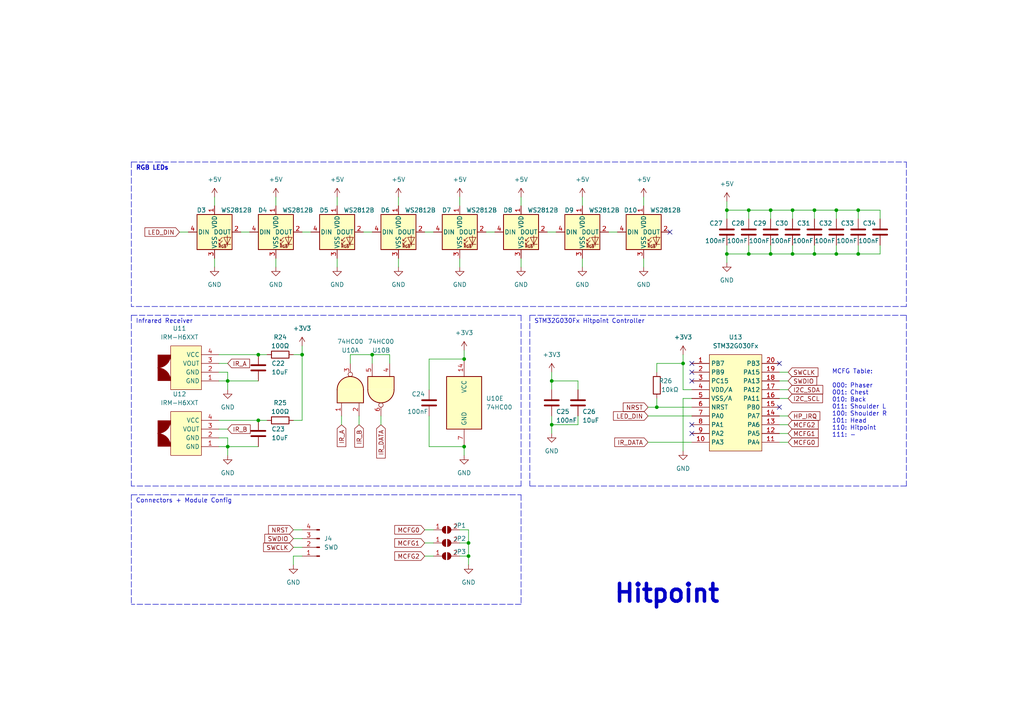
<source format=kicad_sch>
(kicad_sch (version 20211123) (generator eeschema)
  (paper "A4")
  (title_block (title "Chest Module") (date "2023-01-28") (rev "Proto V1") (comment 1 "(C) 2023 Ole Lange"))
  (lib_symbols
    (symbol "74xx:74HC00" (pin_names (offset 1.016))
      (property "Reference" "U" (at 0 1.27 0))
      (property "Value" "74HC00" (at 0 -1.27 0))
      (symbol "74HC00_1_1"
        (arc (start 0 -3.81) (mid 3.81 0) (end 0 3.81) (stroke (width 0.254)) (fill (type background)))
        (polyline (pts (xy 0 3.81) (xy -3.81 3.81) (xy -3.81 -3.81) (xy 0 -3.81)) (stroke (width 0.254)) (fill (type background)))
        (pin input line (at -7.62 2.54 0) (length 3.81) (name "~") (number "1"))
        (pin input line (at -7.62 -2.54 0) (length 3.81) (name "~") (number "2"))
        (pin output inverted (at 7.62 0 180) (length 3.81) (name "~") (number "3"))
      )
      (symbol "74HC00_1_2"
        (arc (start -3.81 -3.81) (mid -2.589 0) (end -3.81 3.81) (stroke (width 0.254)))
        (arc (start -0.6096 -3.81) (mid 2.1842 -2.5851) (end 3.81 0) (stroke (width 0.254)) (fill (type background)))
        (polyline (pts (xy -3.81 -3.81) (xy -0.635 -3.81)) (stroke (width 0.254)) (fill (type background)))
        (polyline (pts (xy -3.81 3.81) (xy -0.635 3.81)) (stroke (width 0.254)) (fill (type background)))
        (polyline (pts (xy -0.635 3.81) (xy -3.81 3.81) (xy -3.81 3.81) (xy -3.556 3.4036) (xy -3.0226 2.2606) (xy -2.6924 1.0414) (xy -2.6162 -0.254) (xy -2.7686 -1.4986) (xy -3.175 -2.7178) (xy -3.81 -3.81) (xy -3.81 -3.81) (xy -0.635 -3.81)) (stroke (width -25.4)) (fill (type background)))
        (arc (start 3.81 0) (mid 2.1915 2.5936) (end -0.6096 3.81) (stroke (width 0.254)) (fill (type background)))
        (pin input inverted (at -7.62 2.54 0) (length 4.318) (name "~") (number "1"))
        (pin input inverted (at -7.62 -2.54 0) (length 4.318) (name "~") (number "2"))
        (pin output line (at 7.62 0 180) (length 3.81) (name "~") (number "3"))
      )
      (symbol "74HC00_2_1"
        (arc (start 0 -3.81) (mid 3.81 0) (end 0 3.81) (stroke (width 0.254)) (fill (type background)))
        (polyline (pts (xy 0 3.81) (xy -3.81 3.81) (xy -3.81 -3.81) (xy 0 -3.81)) (stroke (width 0.254)) (fill (type background)))
        (pin input line (at -7.62 2.54 0) (length 3.81) (name "~") (number "4"))
        (pin input line (at -7.62 -2.54 0) (length 3.81) (name "~") (number "5"))
        (pin output inverted (at 7.62 0 180) (length 3.81) (name "~") (number "6"))
      )
      (symbol "74HC00_2_2"
        (arc (start -3.81 -3.81) (mid -2.589 0) (end -3.81 3.81) (stroke (width 0.254)))
        (arc (start -0.6096 -3.81) (mid 2.1842 -2.5851) (end 3.81 0) (stroke (width 0.254)) (fill (type background)))
        (polyline (pts (xy -3.81 -3.81) (xy -0.635 -3.81)) (stroke (width 0.254)) (fill (type background)))
        (polyline (pts (xy -3.81 3.81) (xy -0.635 3.81)) (stroke (width 0.254)) (fill (type background)))
        (polyline (pts (xy -0.635 3.81) (xy -3.81 3.81) (xy -3.81 3.81) (xy -3.556 3.4036) (xy -3.0226 2.2606) (xy -2.6924 1.0414) (xy -2.6162 -0.254) (xy -2.7686 -1.4986) (xy -3.175 -2.7178) (xy -3.81 -3.81) (xy -3.81 -3.81) (xy -0.635 -3.81)) (stroke (width -25.4)) (fill (type background)))
        (arc (start 3.81 0) (mid 2.1915 2.5936) (end -0.6096 3.81) (stroke (width 0.254)) (fill (type background)))
        (pin input inverted (at -7.62 2.54 0) (length 4.318) (name "~") (number "4"))
        (pin input inverted (at -7.62 -2.54 0) (length 4.318) (name "~") (number "5"))
        (pin output line (at 7.62 0 180) (length 3.81) (name "~") (number "6"))
      )
      (symbol "74HC00_3_1"
        (arc (start 0 -3.81) (mid 3.81 0) (end 0 3.81) (stroke (width 0.254)) (fill (type background)))
        (polyline (pts (xy 0 3.81) (xy -3.81 3.81) (xy -3.81 -3.81) (xy 0 -3.81)) (stroke (width 0.254)) (fill (type background)))
        (pin input line (at -7.62 -2.54 0) (length 3.81) (name "~") (number "10"))
        (pin output inverted (at 7.62 0 180) (length 3.81) (name "~") (number "8"))
        (pin input line (at -7.62 2.54 0) (length 3.81) (name "~") (number "9"))
      )
      (symbol "74HC00_3_2"
        (arc (start -3.81 -3.81) (mid -2.589 0) (end -3.81 3.81) (stroke (width 0.254)))
        (arc (start -0.6096 -3.81) (mid 2.1842 -2.5851) (end 3.81 0) (stroke (width 0.254)) (fill (type background)))
        (polyline (pts (xy -3.81 -3.81) (xy -0.635 -3.81)) (stroke (width 0.254)) (fill (type background)))
        (polyline (pts (xy -3.81 3.81) (xy -0.635 3.81)) (stroke (width 0.254)) (fill (type background)))
        (polyline (pts (xy -0.635 3.81) (xy -3.81 3.81) (xy -3.81 3.81) (xy -3.556 3.4036) (xy -3.0226 2.2606) (xy -2.6924 1.0414) (xy -2.6162 -0.254) (xy -2.7686 -1.4986) (xy -3.175 -2.7178) (xy -3.81 -3.81) (xy -3.81 -3.81) (xy -0.635 -3.81)) (stroke (width -25.4)) (fill (type background)))
        (arc (start 3.81 0) (mid 2.1915 2.5936) (end -0.6096 3.81) (stroke (width 0.254)) (fill (type background)))
        (pin input inverted (at -7.62 -2.54 0) (length 4.318) (name "~") (number "10"))
        (pin output line (at 7.62 0 180) (length 3.81) (name "~") (number "8"))
        (pin input inverted (at -7.62 2.54 0) (length 4.318) (name "~") (number "9"))
      )
      (symbol "74HC00_4_1"
        (arc (start 0 -3.81) (mid 3.81 0) (end 0 3.81) (stroke (width 0.254)) (fill (type background)))
        (polyline (pts (xy 0 3.81) (xy -3.81 3.81) (xy -3.81 -3.81) (xy 0 -3.81)) (stroke (width 0.254)) (fill (type background)))
        (pin output inverted (at 7.62 0 180) (length 3.81) (name "~") (number "11"))
        (pin input line (at -7.62 2.54 0) (length 3.81) (name "~") (number "12"))
        (pin input line (at -7.62 -2.54 0) (length 3.81) (name "~") (number "13"))
      )
      (symbol "74HC00_4_2"
        (arc (start -3.81 -3.81) (mid -2.589 0) (end -3.81 3.81) (stroke (width 0.254)))
        (arc (start -0.6096 -3.81) (mid 2.1842 -2.5851) (end 3.81 0) (stroke (width 0.254)) (fill (type background)))
        (polyline (pts (xy -3.81 -3.81) (xy -0.635 -3.81)) (stroke (width 0.254)) (fill (type background)))
        (polyline (pts (xy -3.81 3.81) (xy -0.635 3.81)) (stroke (width 0.254)) (fill (type background)))
        (polyline (pts (xy -0.635 3.81) (xy -3.81 3.81) (xy -3.81 3.81) (xy -3.556 3.4036) (xy -3.0226 2.2606) (xy -2.6924 1.0414) (xy -2.6162 -0.254) (xy -2.7686 -1.4986) (xy -3.175 -2.7178) (xy -3.81 -3.81) (xy -3.81 -3.81) (xy -0.635 -3.81)) (stroke (width -25.4)) (fill (type background)))
        (arc (start 3.81 0) (mid 2.1915 2.5936) (end -0.6096 3.81) (stroke (width 0.254)) (fill (type background)))
        (pin output line (at 7.62 0 180) (length 3.81) (name "~") (number "11"))
        (pin input inverted (at -7.62 2.54 0) (length 4.318) (name "~") (number "12"))
        (pin input inverted (at -7.62 -2.54 0) (length 4.318) (name "~") (number "13"))
      )
      (symbol "74HC00_5_0"
        (pin power_in line (at 0 12.7 270) (length 5.08) (name "VCC") (number "14"))
        (pin power_in line (at 0 -12.7 90) (length 5.08) (name "GND") (number "7"))
      )
      (symbol "74HC00_5_1"
        (rectangle (start -5.08 7.62) (end 5.08 -7.62) (stroke (width 0.254)) (fill (type background)))
      )
    )
    (symbol "Connector:Conn_01x04_Male" (pin_names (offset 1.016) hide)
      (property "Reference" "J" (at 0 5.08 0))
      (property "Value" "Conn_01x04_Male" (at 0 -7.62 0))
      (symbol "Conn_01x04_Male_1_1"
        (polyline (pts (xy 1.27 -5.08) (xy 0.8636 -5.08)) (stroke (width 0.1524)))
        (polyline (pts (xy 1.27 -2.54) (xy 0.8636 -2.54)) (stroke (width 0.1524)))
        (polyline (pts (xy 1.27 0) (xy 0.8636 0)) (stroke (width 0.1524)))
        (polyline (pts (xy 1.27 2.54) (xy 0.8636 2.54)) (stroke (width 0.1524)))
        (rectangle (start 0.8636 -4.953) (end 0 -5.207) (stroke (width 0.1524)) (fill (type outline)))
        (rectangle (start 0.8636 -2.413) (end 0 -2.667) (stroke (width 0.1524)) (fill (type outline)))
        (rectangle (start 0.8636 0.127) (end 0 -0.127) (stroke (width 0.1524)) (fill (type outline)))
        (rectangle (start 0.8636 2.667) (end 0 2.413) (stroke (width 0.1524)) (fill (type outline)))
        (pin passive line (at 5.08 2.54 180) (length 3.81) (name "Pin_1") (number "1"))
        (pin passive line (at 5.08 0 180) (length 3.81) (name "Pin_2") (number "2"))
        (pin passive line (at 5.08 -2.54 180) (length 3.81) (name "Pin_3") (number "3"))
        (pin passive line (at 5.08 -5.08 180) (length 3.81) (name "Pin_4") (number "4"))
      )
    )
    (symbol "Device:C" (pin_numbers hide) (pin_names (offset 0.254))
      (property "Reference" "C" (at 0.635 2.54 0))
      (property "Value" "C" (at 0.635 -2.54 0))
      (symbol "C_0_1"
        (polyline (pts (xy -2.032 -0.762) (xy 2.032 -0.762)) (stroke (width 0.508)))
        (polyline (pts (xy -2.032 0.762) (xy 2.032 0.762)) (stroke (width 0.508)))
      )
      (symbol "C_1_1"
        (pin passive line (at 0 3.81 270) (length 2.794) (name "~") (number "1"))
        (pin passive line (at 0 -3.81 90) (length 2.794) (name "~") (number "2"))
      )
    )
    (symbol "Device:R" (pin_numbers hide) (pin_names (offset 0))
      (property "Reference" "R" (at 2.032 0 90))
      (property "Value" "R" (at 0 0 90))
      (symbol "R_0_1"
        (rectangle (start -1.016 -2.54) (end 1.016 2.54) (stroke (width 0.254)))
      )
      (symbol "R_1_1"
        (pin passive line (at 0 3.81 270) (length 1.27) (name "~") (number "1"))
        (pin passive line (at 0 -3.81 90) (length 1.27) (name "~") (number "2"))
      )
    )
    (symbol "Jumper:SolderJumper_2_Open" (pin_names (offset 0) hide)
      (property "Reference" "JP" (at 0 2.032 0))
      (property "Value" "SolderJumper_2_Open" (at 0 -2.54 0))
      (symbol "SolderJumper_2_Open_0_1"
        (arc (start -0.254 1.016) (mid -1.27 0) (end -0.254 -1.016))
        (arc (start -0.254 1.016) (mid -1.27 0) (end -0.254 -1.016) (fill (type outline)))
        (polyline (pts (xy -0.254 1.016) (xy -0.254 -1.016)))
        (polyline (pts (xy 0.254 1.016) (xy 0.254 -1.016)))
        (arc (start 0.254 -1.016) (mid 1.27 0) (end 0.254 1.016))
        (arc (start 0.254 -1.016) (mid 1.27 0) (end 0.254 1.016) (fill (type outline)))
      )
      (symbol "SolderJumper_2_Open_1_1"
        (pin passive line (at -3.81 0 0) (length 2.54) (name "A") (number "1"))
        (pin passive line (at 3.81 0 180) (length 2.54) (name "B") (number "2"))
      )
    )
    (symbol "LED:WS2812B" (pin_names (offset 0.254))
      (property "Reference" "D" (at 5.08 5.715 0))
      (property "Value" "WS2812B" (at 1.27 -5.715 0))
      (symbol "WS2812B_0_0"
        (text "RGB" (at 2.286 -4.191 0) (effects (font (size 0.762 0.762))))
      )
      (symbol "WS2812B_0_1"
        (polyline (pts (xy 1.27 -3.556) (xy 1.778 -3.556)))
        (polyline (pts (xy 1.27 -2.54) (xy 1.778 -2.54)))
        (polyline (pts (xy 4.699 -3.556) (xy 2.667 -3.556)))
        (polyline (pts (xy 2.286 -2.54) (xy 1.27 -3.556) (xy 1.27 -3.048)))
        (polyline (pts (xy 2.286 -1.524) (xy 1.27 -2.54) (xy 1.27 -2.032)))
        (polyline (pts (xy 3.683 -1.016) (xy 3.683 -3.556) (xy 3.683 -4.064)))
        (polyline (pts (xy 4.699 -1.524) (xy 2.667 -1.524) (xy 3.683 -3.556) (xy 4.699 -1.524)))
        (rectangle (start 5.08 5.08) (end -5.08 -5.08) (stroke (width 0.254)) (fill (type background)))
      )
      (symbol "WS2812B_1_1"
        (pin power_in line (at 0 7.62 270) (length 2.54) (name "VDD") (number "1"))
        (pin output line (at 7.62 0 180) (length 2.54) (name "DOUT") (number "2"))
        (pin power_in line (at 0 -7.62 90) (length 2.54) (name "VSS") (number "3"))
        (pin input line (at -7.62 0 0) (length 2.54) (name "DIN") (number "4"))
      )
    )
    (symbol "olib:IRM-H6XXT"
      (property "Reference" "U" (at -7.62 12.7 0))
      (property "Value" "IRM-H6XXT" (at 1.27 12.7 0))
      (symbol "IRM-H6XXT_0_0"
        (pin power_in line (at -5.08 5.08 0) (length 5.08) (name "GND") (number "1"))
        (pin power_in line (at -5.08 2.54 0) (length 5.08) (name "GND") (number "2"))
        (pin output line (at -5.08 0 0) (length 5.08) (name "VOUT") (number "3"))
        (pin power_in line (at -5.08 -2.54 0) (length 5.08) (name "VCC") (number "4"))
      )
      (symbol "IRM-H6XXT_0_1"
        (rectangle (start 0 7.62) (end 8.89 -5.08) (fill (type background)))
        (arc (start 8.89 5.08) (mid 6.1959 -1.4241) (end 12.7 1.27) (fill (type outline)))
        (arc (start 12.7 1.27) (mid 6.1959 3.9641) (end 8.89 -2.54) (fill (type outline)))
      )
    )
    (symbol "olib:STM32G030Fx"
      (property "Reference" "U" (at 0 19.05 0))
      (property "Value" "STM32G030Fx" (at 0 16.51 0))
      (symbol "STM32G030Fx_0_0"
        (pin bidirectional line (at -12.7 11.43 0) (length 5.08) (name "PB7") (number "1"))
        (pin bidirectional line (at -12.7 -11.43 0) (length 5.08) (name "PA3") (number "10"))
        (pin bidirectional line (at 12.7 -11.43 180) (length 5.08) (name "PA4") (number "11"))
        (pin bidirectional line (at 12.7 -8.89 180) (length 5.08) (name "PA5") (number "12"))
        (pin bidirectional line (at 12.7 -6.35 180) (length 5.08) (name "PA6") (number "13"))
        (pin bidirectional line (at 12.7 -3.81 180) (length 5.08) (name "PA7") (number "14"))
        (pin bidirectional line (at 12.7 -1.27 180) (length 5.08) (name "PB0") (number "15"))
        (pin bidirectional line (at 12.7 1.27 180) (length 5.08) (name "PA11") (number "16"))
        (pin bidirectional line (at 12.7 3.81 180) (length 5.08) (name "PA12") (number "17"))
        (pin bidirectional line (at 12.7 6.35 180) (length 5.08) (name "PA13") (number "18"))
        (pin bidirectional line (at 12.7 8.89 180) (length 5.08) (name "PA15") (number "19"))
        (pin bidirectional line (at -12.7 8.89 0) (length 5.08) (name "PB9") (number "2"))
        (pin bidirectional line (at 12.7 11.43 180) (length 5.08) (name "PB3") (number "20"))
        (pin bidirectional line (at -12.7 6.35 0) (length 5.08) (name "PC15") (number "3"))
        (pin power_in line (at -12.7 3.81 0) (length 5.08) (name "VDD/A") (number "4"))
        (pin power_in line (at -12.7 1.27 0) (length 5.08) (name "VSS/A") (number "5"))
        (pin input line (at -12.7 -1.27 0) (length 5.08) (name "NRST") (number "6"))
        (pin bidirectional line (at -12.7 -3.81 0) (length 5.08) (name "PA0") (number "7"))
        (pin bidirectional line (at -12.7 -6.35 0) (length 5.08) (name "PA1") (number "8"))
        (pin bidirectional line (at -12.7 -8.89 0) (length 5.08) (name "PA2") (number "9"))
      )
      (symbol "STM32G030Fx_0_1"
        (rectangle (start -7.62 13.97) (end 7.62 -13.97) (fill (type background)))
      )
    )
    (symbol "power:+3V3" (power) (pin_names (offset 0))
      (property "Value" "+3V3" (at 0 3.556 0))
      (symbol "+3V3_0_1"
        (polyline (pts (xy -0.762 1.27) (xy 0 2.54)))
        (polyline (pts (xy 0 0) (xy 0 2.54)))
        (polyline (pts (xy 0 2.54) (xy 0.762 1.27)))
      )
      (symbol "+3V3_1_1"
        (pin power_in line (at 0 0 90) (length 0) hide (name "+3V3") (number "1"))
      )
    )
    (symbol "power:+5V" (power) (pin_names (offset 0))
      (property "Value" "+5V" (at 0 3.556 0))
      (symbol "+5V_0_1"
        (polyline (pts (xy -0.762 1.27) (xy 0 2.54)))
        (polyline (pts (xy 0 0) (xy 0 2.54)))
        (polyline (pts (xy 0 2.54) (xy 0.762 1.27)))
      )
      (symbol "+5V_1_1"
        (pin power_in line (at 0 0 90) (length 0) hide (name "+5V") (number "1"))
      )
    )
    (symbol "power:GND" (power) (pin_names (offset 0))
      (property "Value" "GND" (at 0 -3.81 0))
      (symbol "GND_0_1"
        (polyline (pts (xy 0 0) (xy 0 -1.27) (xy 1.27 -1.27) (xy 0 -2.54) (xy -1.27 -1.27) (xy 0 -1.27)))
      )
      (symbol "GND_1_1"
        (pin power_in line (at 0 0 270) (length 0) hide (name "GND") (number "1"))
      )
    )
  )
  (junction (at 74.93 102.87))
  (junction (at 134.62 104.14))
  (junction (at 248.92 73.66))
  (junction (at 135.89 157.48))
  (junction (at 229.87 60.96))
  (junction (at 160.02 110.49))
  (junction (at 66.04 110.49))
  (junction (at 248.92 60.96))
  (junction (at 198.12 105.41))
  (junction (at 242.57 60.96))
  (junction (at 134.62 129.54))
  (junction (at 66.04 129.54))
  (junction (at 210.82 73.66))
  (junction (at 87.63 102.87))
  (junction (at 160.02 123.19))
  (junction (at 217.17 73.66))
  (junction (at 229.87 73.66))
  (junction (at 217.17 60.96))
  (junction (at 236.22 73.66))
  (junction (at 74.93 121.92))
  (junction (at 107.95 102.87))
  (junction (at 210.82 60.96))
  (junction (at 223.52 73.66))
  (junction (at 236.22 60.96))
  (junction (at 190.5 118.11))
  (junction (at 223.52 60.96))
  (junction (at 242.57 73.66))
  (junction (at 135.89 161.29))
  (no_connect (at 38.1 -5.08))
  (no_connect (at 20.32 -10.16))
  (no_connect (at 200.66 107.95))
  (no_connect (at 200.66 125.73))
  (no_connect (at 35.56 -7.62))
  (no_connect (at 200.66 110.49))
  (no_connect (at 200.66 105.41))
  (no_connect (at 53.34 -7.62))
  (no_connect (at 200.66 123.19))
  (no_connect (at 226.06 105.41))
  (no_connect (at 226.06 118.11))
  (no_connect (at 20.32 -5.08))
  (no_connect (at 38.1 -10.16))
  (no_connect (at 194.31 67.31))
  (wire (pts (xy 229.87 60.96) (xy 236.22 60.96)))
  (wire (pts (xy 226.06 107.95) (xy 228.6 107.95)))
  (wire (pts (xy 248.92 71.12) (xy 248.92 73.66)))
  (wire (pts (xy 187.96 120.65) (xy 200.66 120.65)))
  (wire (pts (xy 133.35 74.93) (xy 133.35 77.47)))
  (wire (pts (xy 63.5 107.95) (xy 66.04 107.95)))
  (wire (pts (xy 236.22 60.96) (xy 236.22 63.5)))
  (polyline (pts (xy 262.89 46.99) (xy 262.89 88.9)))
  (wire (pts (xy 168.91 57.15) (xy 168.91 59.69)))
  (wire (pts (xy 160.02 110.49) (xy 167.64 110.49)))
  (wire (pts (xy 63.5 129.54) (xy 66.04 129.54)))
  (wire (pts (xy 134.62 101.6) (xy 134.62 104.14)))
  (wire (pts (xy 236.22 71.12) (xy 236.22 73.66)))
  (wire (pts (xy 187.96 118.11) (xy 190.5 118.11)))
  (wire (pts (xy 226.06 113.03) (xy 228.6 113.03)))
  (wire (pts (xy 226.06 128.27) (xy 228.6 128.27)))
  (wire (pts (xy 80.01 74.93) (xy 80.01 77.47)))
  (polyline (pts (xy 38.1 91.44) (xy 38.1 140.97)))
  (wire (pts (xy 85.09 156.21) (xy 87.63 156.21)))
  (wire (pts (xy 85.09 161.29) (xy 87.63 161.29)))
  (wire (pts (xy 217.17 73.66) (xy 223.52 73.66)))
  (polyline (pts (xy 38.1 143.51) (xy 151.13 143.51)))
  (polyline (pts (xy 38.1 46.99) (xy 262.89 46.99)))
  (wire (pts (xy 110.49 120.65) (xy 110.49 123.19)))
  (wire (pts (xy 229.87 71.12) (xy 229.87 73.66)))
  (wire (pts (xy 66.04 110.49) (xy 74.93 110.49)))
  (wire (pts (xy 107.95 102.87) (xy 113.03 102.87)))
  (polyline (pts (xy 38.1 46.99) (xy 38.1 88.9)))
  (wire (pts (xy 135.89 157.48) (xy 135.89 161.29)))
  (wire (pts (xy 236.22 73.66) (xy 242.57 73.66)))
  (wire (pts (xy 210.82 58.42) (xy 210.82 60.96)))
  (wire (pts (xy 217.17 71.12) (xy 217.17 73.66)))
  (wire (pts (xy 248.92 60.96) (xy 248.92 63.5)))
  (wire (pts (xy 63.5 110.49) (xy 66.04 110.49)))
  (wire (pts (xy 158.75 67.31) (xy 161.29 67.31)))
  (wire (pts (xy 63.5 102.87) (xy 74.93 102.87)))
  (wire (pts (xy 134.62 129.54) (xy 134.62 132.08)))
  (wire (pts (xy 85.09 102.87) (xy 87.63 102.87)))
  (wire (pts (xy 135.89 161.29) (xy 135.89 163.83)))
  (wire (pts (xy 217.17 60.96) (xy 217.17 63.5)))
  (wire (pts (xy 255.27 60.96) (xy 255.27 63.5)))
  (wire (pts (xy 176.53 67.31) (xy 179.07 67.31)))
  (wire (pts (xy 85.09 163.83) (xy 85.09 161.29)))
  (wire (pts (xy 160.02 107.95) (xy 160.02 110.49)))
  (polyline (pts (xy 262.89 91.44) (xy 262.89 140.97)))
  (wire (pts (xy 198.12 113.03) (xy 200.66 113.03)))
  (wire (pts (xy 226.06 115.57) (xy 228.6 115.57)))
  (wire (pts (xy 210.82 71.12) (xy 210.82 73.66)))
  (wire (pts (xy 87.63 100.33) (xy 87.63 102.87)))
  (wire (pts (xy 63.5 127) (xy 66.04 127)))
  (wire (pts (xy 226.06 125.73) (xy 228.6 125.73)))
  (wire (pts (xy 97.79 57.15) (xy 97.79 59.69)))
  (wire (pts (xy 229.87 60.96) (xy 229.87 63.5)))
  (polyline (pts (xy 262.89 88.9) (xy 38.1 88.9)))
  (wire (pts (xy 99.06 123.19) (xy 99.06 120.65)))
  (wire (pts (xy 198.12 102.87) (xy 198.12 105.41)))
  (wire (pts (xy 63.5 124.46) (xy 66.04 124.46)))
  (wire (pts (xy 124.46 113.03) (xy 124.46 104.14)))
  (wire (pts (xy 135.89 161.29) (xy 133.35 161.29)))
  (polyline (pts (xy 38.1 91.44) (xy 151.13 91.44)))
  (wire (pts (xy 66.04 127) (xy 66.04 129.54)))
  (wire (pts (xy 248.92 60.96) (xy 255.27 60.96)))
  (wire (pts (xy 229.87 73.66) (xy 236.22 73.66)))
  (wire (pts (xy 124.46 129.54) (xy 134.62 129.54)))
  (wire (pts (xy 107.95 102.87) (xy 107.95 105.41)))
  (wire (pts (xy 69.85 67.31) (xy 72.39 67.31)))
  (wire (pts (xy 124.46 120.65) (xy 124.46 129.54)))
  (wire (pts (xy 105.41 67.31) (xy 107.95 67.31)))
  (wire (pts (xy 167.64 123.19) (xy 167.64 120.65)))
  (wire (pts (xy 167.64 110.49) (xy 167.64 113.03)))
  (wire (pts (xy 80.01 57.15) (xy 80.01 59.69)))
  (wire (pts (xy 223.52 73.66) (xy 229.87 73.66)))
  (wire (pts (xy 101.6 105.41) (xy 101.6 102.87)))
  (wire (pts (xy 186.69 74.93) (xy 186.69 77.47)))
  (wire (pts (xy 62.23 74.93) (xy 62.23 77.47)))
  (wire (pts (xy 123.19 157.48) (xy 125.73 157.48)))
  (wire (pts (xy 200.66 118.11) (xy 190.5 118.11)))
  (wire (pts (xy 52.07 67.31) (xy 54.61 67.31)))
  (wire (pts (xy 186.69 57.15) (xy 186.69 59.69)))
  (wire (pts (xy 133.35 157.48) (xy 135.89 157.48)))
  (wire (pts (xy 74.93 102.87) (xy 77.47 102.87)))
  (wire (pts (xy 87.63 67.31) (xy 90.17 67.31)))
  (wire (pts (xy 151.13 74.93) (xy 151.13 77.47)))
  (wire (pts (xy 248.92 73.66) (xy 255.27 73.66)))
  (polyline (pts (xy 151.13 143.51) (xy 151.13 175.26)))
  (wire (pts (xy 226.06 110.49) (xy 228.6 110.49)))
  (wire (pts (xy 66.04 107.95) (xy 66.04 110.49)))
  (wire (pts (xy 85.09 153.67) (xy 87.63 153.67)))
  (wire (pts (xy 226.06 120.65) (xy 228.6 120.65)))
  (polyline (pts (xy 153.67 91.44) (xy 153.67 140.97)))
  (wire (pts (xy 113.03 102.87) (xy 113.03 105.41)))
  (wire (pts (xy 160.02 120.65) (xy 160.02 123.19)))
  (wire (pts (xy 242.57 60.96) (xy 242.57 63.5)))
  (wire (pts (xy 63.5 105.41) (xy 66.04 105.41)))
  (wire (pts (xy 217.17 60.96) (xy 223.52 60.96)))
  (wire (pts (xy 223.52 71.12) (xy 223.52 73.66)))
  (wire (pts (xy 210.82 63.5) (xy 210.82 60.96)))
  (wire (pts (xy 123.19 161.29) (xy 125.73 161.29)))
  (wire (pts (xy 198.12 115.57) (xy 200.66 115.57)))
  (wire (pts (xy 160.02 123.19) (xy 167.64 123.19)))
  (wire (pts (xy 66.04 110.49) (xy 66.04 113.03)))
  (wire (pts (xy 104.14 123.19) (xy 104.14 120.65)))
  (polyline (pts (xy 38.1 143.51) (xy 38.1 175.26)))
  (wire (pts (xy 210.82 73.66) (xy 217.17 73.66)))
  (polyline (pts (xy 262.89 140.97) (xy 153.67 140.97)))
  (wire (pts (xy 242.57 71.12) (xy 242.57 73.66)))
  (wire (pts (xy 74.93 121.92) (xy 77.47 121.92)))
  (polyline (pts (xy 151.13 140.97) (xy 38.1 140.97)))
  (polyline (pts (xy 151.13 91.44) (xy 151.13 140.97)))
  (wire (pts (xy 133.35 153.67) (xy 135.89 153.67)))
  (wire (pts (xy 255.27 73.66) (xy 255.27 71.12)))
  (wire (pts (xy 210.82 73.66) (xy 210.82 76.2)))
  (wire (pts (xy 123.19 67.31) (xy 125.73 67.31)))
  (wire (pts (xy 190.5 105.41) (xy 198.12 105.41)))
  (wire (pts (xy 198.12 105.41) (xy 198.12 113.03)))
  (polyline (pts (xy 153.67 91.44) (xy 262.89 91.44)))
  (wire (pts (xy 242.57 60.96) (xy 248.92 60.96)))
  (wire (pts (xy 242.57 73.66) (xy 248.92 73.66)))
  (wire (pts (xy 190.5 107.95) (xy 190.5 105.41)))
  (wire (pts (xy 198.12 130.81) (xy 198.12 115.57)))
  (wire (pts (xy 87.63 102.87) (xy 87.63 121.92)))
  (wire (pts (xy 62.23 57.15) (xy 62.23 59.69)))
  (wire (pts (xy 85.09 121.92) (xy 87.63 121.92)))
  (wire (pts (xy 140.97 67.31) (xy 143.51 67.31)))
  (wire (pts (xy 66.04 129.54) (xy 74.93 129.54)))
  (wire (pts (xy 223.52 60.96) (xy 229.87 60.96)))
  (wire (pts (xy 115.57 74.93) (xy 115.57 77.47)))
  (wire (pts (xy 210.82 60.96) (xy 217.17 60.96)))
  (wire (pts (xy 133.35 57.15) (xy 133.35 59.69)))
  (wire (pts (xy 85.09 158.75) (xy 87.63 158.75)))
  (polyline (pts (xy 151.13 175.26) (xy 38.1 175.26)))
  (wire (pts (xy 226.06 123.19) (xy 228.6 123.19)))
  (wire (pts (xy 151.13 57.15) (xy 151.13 59.69)))
  (wire (pts (xy 187.96 128.27) (xy 200.66 128.27)))
  (wire (pts (xy 135.89 153.67) (xy 135.89 157.48)))
  (wire (pts (xy 101.6 102.87) (xy 107.95 102.87)))
  (wire (pts (xy 160.02 123.19) (xy 160.02 125.73)))
  (wire (pts (xy 223.52 60.96) (xy 223.52 63.5)))
  (wire (pts (xy 124.46 104.14) (xy 134.62 104.14)))
  (wire (pts (xy 63.5 121.92) (xy 74.93 121.92)))
  (wire (pts (xy 168.91 74.93) (xy 168.91 77.47)))
  (wire (pts (xy 236.22 60.96) (xy 242.57 60.96)))
  (wire (pts (xy 97.79 74.93) (xy 97.79 77.47)))
  (wire (pts (xy 160.02 110.49) (xy 160.02 113.03)))
  (wire (pts (xy 66.04 129.54) (xy 66.04 132.08)))
  (wire (pts (xy 123.19 153.67) (xy 125.73 153.67)))
  (wire (pts (xy 115.57 57.15) (xy 115.57 59.69)))
  (wire (pts (xy 190.5 118.11) (xy 190.5 115.57)))
  (text "MCFG Table:\n\n000: Phaser\n001: Chest\n010: Back\n011: Shoulder L\n100: Shoulder R\n101: Head\n110: Hitpoint\n111: -" (at 241.3 127 0) (effects (font (size 1.27 1.27)) (justify left bottom)))
  (text "Connectors + Module Config" (at 39.37 146.05 0) (effects (font (size 1.27 1.27)) (justify left bottom)))
  (text "STM32G030Fx Hitpoint Controller" (at 154.94 93.98 0) (effects (font (size 1.27 1.27)) (justify left bottom)))
  (text "Infrared Receiver" (at 39.37 93.98 0) (effects (font (size 1.27 1.27)) (justify left bottom)))
  (text "Hitpoint	" (at 177.8 175.26 0) (effects (font (size 5.12 5.12) (thickness 1.024) bold) (justify left bottom)))
  (text "RGB LEDs" (at 39.37 49.53 0) (effects (font (size 1.27 1.27) bold) (justify left bottom)))
  (global_label "IR_DATA" (shape input) (at 110.49 123.19 270) (property "Intersheet References" "${INTERSHEET_REFS}" (effects hide)))
  (global_label "MCFG2" (shape input) (at 228.6 123.19 0) (property "Intersheet References" "${INTERSHEET_REFS}" (effects hide)))
  (global_label "MCFG2" (shape input) (at 123.19 161.29 180) (property "Intersheet References" "${INTERSHEET_REFS}" (effects hide)))
  (global_label "MCFG1" (shape input) (at 228.6 125.73 0) (property "Intersheet References" "${INTERSHEET_REFS}" (effects hide)))
  (global_label "IR_A" (shape input) (at 66.04 105.41 0) (property "Intersheet References" "${INTERSHEET_REFS}" (effects hide)))
  (global_label "IR_B" (shape input) (at 104.14 123.19 270) (property "Intersheet References" "${INTERSHEET_REFS}" (effects hide)))
  (global_label "SWDIO" (shape input) (at 228.6 110.49 0) (property "Intersheet References" "${INTERSHEET_REFS}" (effects hide)))
  (global_label "SWCLK" (shape input) (at 85.09 158.75 180) (property "Intersheet References" "${INTERSHEET_REFS}" (effects hide)))
  (global_label "NRST" (shape input) (at 85.09 153.67 180) (property "Intersheet References" "${INTERSHEET_REFS}" (effects hide)))
  (global_label "SWDIO" (shape input) (at 85.09 156.21 180) (property "Intersheet References" "${INTERSHEET_REFS}" (effects hide)))
  (global_label "I2C_SDA" (shape input) (at 228.6 113.03 0) (property "Intersheet References" "${INTERSHEET_REFS}" (effects hide)))
  (global_label "I2C_SCL" (shape input) (at 228.6 115.57 0) (property "Intersheet References" "${INTERSHEET_REFS}" (effects hide)))
  (global_label "MCFG0" (shape input) (at 123.19 153.67 180) (property "Intersheet References" "${INTERSHEET_REFS}" (effects hide)))
  (global_label "IR_A" (shape input) (at 99.06 123.19 270) (property "Intersheet References" "${INTERSHEET_REFS}" (effects hide)))
  (global_label "MCFG1" (shape input) (at 123.19 157.48 180) (property "Intersheet References" "${INTERSHEET_REFS}" (effects hide)))
  (global_label "HP_IRQ" (shape input) (at 228.6 120.65 0) (property "Intersheet References" "${INTERSHEET_REFS}" (effects hide)))
  (global_label "LED_DIN" (shape input) (at 52.07 67.31 180) (property "Intersheet References" "${INTERSHEET_REFS}" (effects hide)))
  (global_label "IR_DATA" (shape input) (at 187.96 128.27 180) (property "Intersheet References" "${INTERSHEET_REFS}" (effects hide)))
  (global_label "IR_B" (shape input) (at 66.04 124.46 0) (property "Intersheet References" "${INTERSHEET_REFS}" (effects hide)))
  (global_label "SWCLK" (shape input) (at 228.6 107.95 0) (property "Intersheet References" "${INTERSHEET_REFS}" (effects hide)))
  (global_label "LED_DIN" (shape input) (at 187.96 120.65 180) (property "Intersheet References" "${INTERSHEET_REFS}" (effects hide)))
  (global_label "MCFG0" (shape input) (at 228.6 128.27 0) (property "Intersheet References" "${INTERSHEET_REFS}" (effects hide)))
  (global_label "NRST" (shape input) (at 187.96 118.11 180) (property "Intersheet References" "${INTERSHEET_REFS}" (effects hide)))
  (symbol (lib_id "power:+5V") (at 168.91 57.15 0) (unit 1)
    (property "Reference" "#PWR057" (effects hide))
    (property "Value" "+5V" (at 168.91 52.07 0))
  )
  (symbol (lib_id "olib:IRM-H6XXT") (at 58.42 124.46 180) (unit 1)
    (property "Reference" "U12" (at 52.07 114.3 0))
    (property "Value" "IRM-H6XXT" (at 52.07 116.84 0))
    (property "Footprint" "olelib:IRM-H6XXT" (effects hide))
  )
  (symbol (lib_id "LED:WS2812B") (at 151.13 67.31 0) (unit 1)
    (property "Reference" "D8" (at 147.32 60.96 0))
    (property "Value" "WS2812B" (at 157.48 60.96 0))
    (property "Footprint" "LED_SMD:LED_WS2812B_PLCC4_5.0x5.0mm_P3.2mm" (effects hide))
    (property "Datasheet" "https://cdn-shop.adafruit.com/datasheets/WS2812B.pdf" (effects hide))
  )
  (symbol (lib_id "Device:C") (at 167.64 116.84 0) (unit 1)
    (property "Reference" "C26" (at 168.91 119.38 0) (effects (justify left)))
    (property "Value" "10uF" (at 168.91 121.92 0) (effects (justify left)))
    (property "Footprint" "Capacitor_SMD:C_0805_2012Metric" (effects hide))
  )
  (symbol (lib_id "power:GND") (at 66.04 113.03 0) (unit 1)
    (property "Reference" "#PWR038" (effects hide))
    (property "Value" "GND" (at 66.04 118.11 0))
  )
  (symbol (lib_id "power:GND") (at 133.35 77.47 0) (unit 1)
    (property "Reference" "#PWR049" (effects hide))
    (property "Value" "GND" (at 133.35 82.55 0))
  )
  (symbol (lib_id "74xx:74HC00") (at 27.94 -7.62 0) (unit 4)
    (property "Reference" "U10" (at 27.94 -16.51 0))
    (property "Value" "74HC00" (at 27.94 -13.97 0))
    (property "Footprint" "Package_SO:SO-14_3.9x8.65mm_P1.27mm" (effects hide))
    (property "Datasheet" "http://www.ti.com/lit/gpn/sn74hc00" (effects hide))
  )
  (symbol (lib_id "LED:WS2812B") (at 168.91 67.31 0) (unit 1)
    (property "Reference" "D9" (at 165.1 60.96 0))
    (property "Value" "WS2812B" (at 175.26 60.96 0))
    (property "Footprint" "LED_SMD:LED_WS2812B_PLCC4_5.0x5.0mm_P3.2mm" (effects hide))
    (property "Datasheet" "https://cdn-shop.adafruit.com/datasheets/WS2812B.pdf" (effects hide))
  )
  (symbol (lib_id "olib:IRM-H6XXT") (at 58.42 105.41 180) (unit 1)
    (property "Reference" "U11" (at 52.07 95.25 0))
    (property "Value" "IRM-H6XXT" (at 52.07 97.79 0))
    (property "Footprint" "olelib:IRM-H6XXT" (effects hide))
  )
  (symbol (lib_id "74xx:74HC00") (at 45.72 -7.62 0) (unit 3)
    (property "Reference" "U10" (at 45.72 -16.51 0))
    (property "Value" "74HC00" (at 45.72 -13.97 0))
    (property "Footprint" "Package_SO:SO-14_3.9x8.65mm_P1.27mm" (effects hide))
    (property "Datasheet" "http://www.ti.com/lit/gpn/sn74hc00" (effects hide))
  )
  (symbol (lib_id "power:+3V3") (at 87.63 100.33 0) (unit 1)
    (property "Reference" "#PWR043" (effects hide))
    (property "Value" "+3V3" (at 87.63 95.25 0))
  )
  (symbol (lib_id "power:GND") (at 115.57 77.47 0) (unit 1)
    (property "Reference" "#PWR047" (effects hide))
    (property "Value" "GND" (at 115.57 82.55 0))
  )
  (symbol (lib_id "Device:C") (at 74.93 106.68 180) (unit 1)
    (property "Reference" "C22" (at 78.74 105.4099 0) (effects (justify right)))
    (property "Value" "10uF" (at 78.74 107.9499 0) (effects (justify right)))
    (property "Footprint" "Capacitor_SMD:C_0805_2012Metric" (effects hide))
  )
  (symbol (lib_id "Device:C") (at 229.87 67.31 0) (unit 1)
    (property "Reference" "C30" (at 224.79 64.77 0) (effects (justify left)))
    (property "Value" "100nF" (at 223.52 69.85 0) (effects (justify left)))
    (property "Footprint" "Capacitor_SMD:C_0603_1608Metric" (effects hide))
  )
  (symbol (lib_id "74xx:74HC00") (at 110.49 113.03 270) (unit 2)
    (property "Reference" "U10" (at 107.95 101.6 90) (effects (justify left)))
    (property "Value" "74HC00" (at 106.68 99.06 90) (effects (justify left)))
    (property "Footprint" "Package_SO:SO-14_3.9x8.65mm_P1.27mm" (effects hide))
    (property "Datasheet" "http://www.ti.com/lit/gpn/sn74hc00" (effects hide))
  )
  (symbol (lib_id "power:GND") (at 66.04 132.08 0) (unit 1)
    (property "Reference" "#PWR039" (effects hide))
    (property "Value" "GND" (at 66.04 137.16 0))
  )
  (symbol (lib_id "Device:C") (at 74.93 125.73 180) (unit 1)
    (property "Reference" "C23" (at 78.74 124.4599 0) (effects (justify right)))
    (property "Value" "10uF" (at 78.74 126.9999 0) (effects (justify right)))
    (property "Footprint" "Capacitor_SMD:C_0805_2012Metric" (effects hide))
  )
  (symbol (lib_id "Jumper:SolderJumper_2_Open") (at 129.54 153.67 0) (unit 1)
    (property "Reference" "JP1" (at 133.35 152.4 0))
    (property "Value" "SolderJumper_2_Open" (effects hide))
    (property "Footprint" "Jumper:SolderJumper-2_P1.3mm_Open_TrianglePad1.0x1.5mm" (effects hide))
  )
  (symbol (lib_id "power:GND") (at 151.13 77.47 0) (unit 1)
    (property "Reference" "#PWR054" (effects hide))
    (property "Value" "GND" (at 151.13 82.55 0))
  )
  (symbol (lib_id "Device:C") (at 124.46 116.84 0) (unit 1)
    (property "Reference" "C24" (at 119.38 114.3 0) (effects (justify left)))
    (property "Value" "100nF" (at 118.11 119.38 0) (effects (justify left)))
    (property "Footprint" "Capacitor_SMD:C_0603_1608Metric" (effects hide))
  )
  (symbol (lib_id "olib:STM32G030Fx") (at 213.36 116.84 0) (unit 1)
    (property "Reference" "U13" (at 213.36 97.79 0))
    (property "Value" "STM32G030Fx" (at 213.36 100.33 0))
    (property "Footprint" "Package_SO:TSSOP-20_4.4x6.5mm_P0.65mm" (effects hide))
  )
  (symbol (lib_id "Device:C") (at 236.22 67.31 0) (unit 1)
    (property "Reference" "C31" (at 231.14 64.77 0) (effects (justify left)))
    (property "Value" "100nF" (at 229.87 69.85 0) (effects (justify left)))
    (property "Footprint" "Capacitor_SMD:C_0603_1608Metric" (effects hide))
  )
  (symbol (lib_id "power:+3V3") (at 160.02 107.95 0) (unit 1)
    (property "Reference" "#PWR055" (effects hide))
    (property "Value" "+3V3" (at 160.02 102.87 0))
  )
  (symbol (lib_id "power:GND") (at 134.62 132.08 0) (unit 1)
    (property "Reference" "#PWR051" (effects hide))
    (property "Value" "GND" (at 134.62 137.16 0))
  )
  (symbol (lib_id "Device:C") (at 242.57 67.31 0) (unit 1)
    (property "Reference" "C32" (at 237.49 64.77 0) (effects (justify left)))
    (property "Value" "100nF" (at 236.22 69.85 0) (effects (justify left)))
    (property "Footprint" "Capacitor_SMD:C_0603_1608Metric" (effects hide))
  )
  (symbol (lib_id "Connector:Conn_01x04_Male") (at 92.71 158.75 180) (unit 1)
    (property "Reference" "J4" (at 93.98 156.2099 0) (effects (justify right)))
    (property "Value" "SWD" (at 93.98 158.7499 0) (effects (justify right)))
    (property "Footprint" "Connector_PinSocket_2.54mm:PinSocket_1x04_P2.54mm_Vertical" (effects hide))
  )
  (symbol (lib_id "LED:WS2812B") (at 115.57 67.31 0) (unit 1)
    (property "Reference" "D6" (at 111.76 60.96 0))
    (property "Value" "WS2812B" (at 121.92 60.96 0))
    (property "Footprint" "LED_SMD:LED_WS2812B_PLCC4_5.0x5.0mm_P3.2mm" (effects hide))
    (property "Datasheet" "https://cdn-shop.adafruit.com/datasheets/WS2812B.pdf" (effects hide))
  )
  (symbol (lib_id "power:GND") (at 85.09 163.83 0) (unit 1)
    (property "Reference" "#PWR042" (effects hide))
    (property "Value" "GND" (at 85.09 168.91 0))
  )
  (symbol (lib_id "power:GND") (at 160.02 125.73 0) (unit 1)
    (property "Reference" "#PWR056" (effects hide))
    (property "Value" "GND" (at 160.02 130.81 0))
  )
  (symbol (lib_id "power:+5V") (at 133.35 57.15 0) (unit 1)
    (property "Reference" "#PWR048" (effects hide))
    (property "Value" "+5V" (at 133.35 52.07 0))
  )
  (symbol (lib_id "LED:WS2812B") (at 62.23 67.31 0) (unit 1)
    (property "Reference" "D3" (at 58.42 60.96 0))
    (property "Value" "WS2812B" (at 68.58 60.96 0))
    (property "Footprint" "LED_SMD:LED_WS2812B_PLCC4_5.0x5.0mm_P3.2mm" (effects hide))
    (property "Datasheet" "https://cdn-shop.adafruit.com/datasheets/WS2812B.pdf" (effects hide))
  )
  (symbol (lib_id "74xx:74HC00") (at 101.6 113.03 90) (unit 1)
    (property "Reference" "U10" (at 101.6 101.6 90))
    (property "Value" "74HC00" (at 101.6 99.06 90))
    (property "Footprint" "Package_SO:SO-14_3.9x8.65mm_P1.27mm" (effects hide))
    (property "Datasheet" "http://www.ti.com/lit/gpn/sn74hc00" (effects hide))
  )
  (symbol (lib_id "power:+5V") (at 186.69 57.15 0) (unit 1)
    (property "Reference" "#PWR059" (effects hide))
    (property "Value" "+5V" (at 186.69 52.07 0))
  )
  (symbol (lib_id "power:GND") (at 62.23 77.47 0) (unit 1)
    (property "Reference" "#PWR037" (effects hide))
    (property "Value" "GND" (at 62.23 82.55 0))
  )
  (symbol (lib_id "74xx:74HC00") (at 134.62 116.84 0) (unit 5)
    (property "Reference" "U10" (at 140.97 115.5699 0) (effects (justify left)))
    (property "Value" "74HC00" (at 140.97 118.1099 0) (effects (justify left)))
    (property "Footprint" "Package_SO:SO-14_3.9x8.65mm_P1.27mm" (effects hide))
    (property "Datasheet" "http://www.ti.com/lit/gpn/sn74hc00" (effects hide))
  )
  (symbol (lib_id "LED:WS2812B") (at 97.79 67.31 0) (unit 1)
    (property "Reference" "D5" (at 93.98 60.96 0))
    (property "Value" "WS2812B" (at 104.14 60.96 0))
    (property "Footprint" "LED_SMD:LED_WS2812B_PLCC4_5.0x5.0mm_P3.2mm" (effects hide))
    (property "Datasheet" "https://cdn-shop.adafruit.com/datasheets/WS2812B.pdf" (effects hide))
  )
  (symbol (lib_id "Device:R") (at 81.28 121.92 90) (unit 1)
    (property "Reference" "R25" (at 81.28 116.84 90))
    (property "Value" "100Ω" (at 81.28 119.38 90))
    (property "Footprint" "Resistor_SMD:R_0603_1608Metric" (effects hide))
  )
  (symbol (lib_id "Device:C") (at 210.82 67.31 0) (unit 1)
    (property "Reference" "C27" (at 205.74 64.77 0) (effects (justify left)))
    (property "Value" "100nF" (at 204.47 69.85 0) (effects (justify left)))
    (property "Footprint" "Capacitor_SMD:C_0603_1608Metric" (effects hide))
  )
  (symbol (lib_id "Device:C") (at 217.17 67.31 0) (unit 1)
    (property "Reference" "C28" (at 212.09 64.77 0) (effects (justify left)))
    (property "Value" "100nF" (at 210.82 69.85 0) (effects (justify left)))
    (property "Footprint" "Capacitor_SMD:C_0603_1608Metric" (effects hide))
  )
  (symbol (lib_id "power:GND") (at 168.91 77.47 0) (unit 1)
    (property "Reference" "#PWR058" (effects hide))
    (property "Value" "GND" (at 168.91 82.55 0))
  )
  (symbol (lib_id "power:GND") (at 198.12 130.81 0) (unit 1)
    (property "Reference" "#PWR062" (effects hide))
    (property "Value" "GND" (at 198.12 135.89 0))
  )
  (symbol (lib_id "power:GND") (at 186.69 77.47 0) (unit 1)
    (property "Reference" "#PWR060" (effects hide))
    (property "Value" "GND" (at 186.69 82.55 0))
  )
  (symbol (lib_id "Device:C") (at 223.52 67.31 0) (unit 1)
    (property "Reference" "C29" (at 218.44 64.77 0) (effects (justify left)))
    (property "Value" "100nF" (at 217.17 69.85 0) (effects (justify left)))
    (property "Footprint" "Capacitor_SMD:C_0603_1608Metric" (effects hide))
  )
  (symbol (lib_id "LED:WS2812B") (at 133.35 67.31 0) (unit 1)
    (property "Reference" "D7" (at 129.54 60.96 0))
    (property "Value" "WS2812B" (at 139.7 60.96 0))
    (property "Footprint" "LED_SMD:LED_WS2812B_PLCC4_5.0x5.0mm_P3.2mm" (effects hide))
    (property "Datasheet" "https://cdn-shop.adafruit.com/datasheets/WS2812B.pdf" (effects hide))
  )
  (symbol (lib_id "Device:R") (at 81.28 102.87 90) (unit 1)
    (property "Reference" "R24" (at 81.28 97.79 90))
    (property "Value" "100Ω" (at 81.28 100.33 90))
    (property "Footprint" "Resistor_SMD:R_0603_1608Metric" (effects hide))
  )
  (symbol (lib_id "Jumper:SolderJumper_2_Open") (at 129.54 161.29 0) (unit 1)
    (property "Reference" "JP3" (at 133.35 160.02 0))
    (property "Value" "SolderJumper_2_Open" (effects hide))
    (property "Footprint" "Jumper:SolderJumper-2_P1.3mm_Open_TrianglePad1.0x1.5mm" (effects hide))
  )
  (symbol (lib_id "power:+5V") (at 80.01 57.15 0) (unit 1)
    (property "Reference" "#PWR040" (effects hide))
    (property "Value" "+5V" (at 80.01 52.07 0))
  )
  (symbol (lib_id "Device:C") (at 248.92 67.31 0) (unit 1)
    (property "Reference" "C33" (at 243.84 64.77 0) (effects (justify left)))
    (property "Value" "100nF" (at 242.57 69.85 0) (effects (justify left)))
    (property "Footprint" "Capacitor_SMD:C_0603_1608Metric" (effects hide))
  )
  (symbol (lib_id "LED:WS2812B") (at 186.69 67.31 0) (unit 1)
    (property "Reference" "D10" (at 182.88 60.96 0))
    (property "Value" "WS2812B" (at 193.04 60.96 0))
    (property "Footprint" "LED_SMD:LED_WS2812B_PLCC4_5.0x5.0mm_P3.2mm" (effects hide))
    (property "Datasheet" "https://cdn-shop.adafruit.com/datasheets/WS2812B.pdf" (effects hide))
  )
  (symbol (lib_id "power:+3V3") (at 198.12 102.87 0) (unit 1)
    (property "Reference" "#PWR061" (effects hide))
    (property "Value" "+3V3" (at 198.12 97.79 0))
  )
  (symbol (lib_id "power:+5V") (at 210.82 58.42 0) (unit 1)
    (property "Reference" "#PWR063" (effects hide))
    (property "Value" "+5V" (at 210.82 53.34 0))
  )
  (symbol (lib_id "LED:WS2812B") (at 80.01 67.31 0) (unit 1)
    (property "Reference" "D4" (at 76.2 60.96 0))
    (property "Value" "WS2812B" (at 86.36 60.96 0))
    (property "Footprint" "LED_SMD:LED_WS2812B_PLCC4_5.0x5.0mm_P3.2mm" (effects hide))
    (property "Datasheet" "https://cdn-shop.adafruit.com/datasheets/WS2812B.pdf" (effects hide))
  )
  (symbol (lib_id "power:GND") (at 97.79 77.47 0) (unit 1)
    (property "Reference" "#PWR045" (effects hide))
    (property "Value" "GND" (at 97.79 82.55 0))
  )
  (symbol (lib_id "power:+5V") (at 151.13 57.15 0) (unit 1)
    (property "Reference" "#PWR053" (effects hide))
    (property "Value" "+5V" (at 151.13 52.07 0))
  )
  (symbol (lib_id "power:+3V3") (at 134.62 101.6 0) (unit 1)
    (property "Reference" "#PWR050" (effects hide))
    (property "Value" "+3V3" (at 134.62 96.52 0))
  )
  (symbol (lib_id "Device:R") (at 190.5 111.76 0) (unit 1)
    (property "Reference" "R26" (at 193.04 110.49 0))
    (property "Value" "10kΩ" (at 194.31 113.03 0))
    (property "Footprint" "Resistor_SMD:R_0603_1608Metric" (effects hide))
  )
  (symbol (lib_id "power:+5V") (at 62.23 57.15 0) (unit 1)
    (property "Reference" "#PWR036" (effects hide))
    (property "Value" "+5V" (at 62.23 52.07 0))
  )
  (symbol (lib_id "power:GND") (at 80.01 77.47 0) (unit 1)
    (property "Reference" "#PWR041" (effects hide))
    (property "Value" "GND" (at 80.01 82.55 0))
  )
  (symbol (lib_id "Device:C") (at 160.02 116.84 0) (unit 1)
    (property "Reference" "C25" (at 161.29 119.38 0) (effects (justify left)))
    (property "Value" "100nF" (at 161.29 121.92 0) (effects (justify left)))
    (property "Footprint" "Capacitor_SMD:C_0603_1608Metric" (effects hide))
  )
  (symbol (lib_id "power:+5V") (at 97.79 57.15 0) (unit 1)
    (property "Reference" "#PWR044" (effects hide))
    (property "Value" "+5V" (at 97.79 52.07 0))
  )
  (symbol (lib_id "power:GND") (at 135.89 163.83 0) (unit 1)
    (property "Reference" "#PWR052" (effects hide))
    (property "Value" "GND" (at 135.89 168.91 0))
  )
  (symbol (lib_id "power:+5V") (at 115.57 57.15 0) (unit 1)
    (property "Reference" "#PWR046" (effects hide))
    (property "Value" "+5V" (at 115.57 52.07 0))
  )
  (symbol (lib_id "Jumper:SolderJumper_2_Open") (at 129.54 157.48 0) (unit 1)
    (property "Reference" "JP2" (at 133.35 156.21 0))
    (property "Value" "SolderJumper_2_Open" (effects hide))
    (property "Footprint" "Jumper:SolderJumper-2_P1.3mm_Open_TrianglePad1.0x1.5mm" (effects hide))
  )
  (symbol (lib_id "Device:C") (at 255.27 67.31 0) (unit 1)
    (property "Reference" "C34" (at 250.19 64.77 0) (effects (justify left)))
    (property "Value" "100nF" (at 248.92 69.85 0) (effects (justify left)))
    (property "Footprint" "Capacitor_SMD:C_0603_1608Metric" (effects hide))
  )
  (symbol (lib_id "power:GND") (at 210.82 76.2 0) (unit 1)
    (property "Reference" "#PWR064" (effects hide))
    (property "Value" "GND" (at 210.82 81.28 0))
  )
)
</source>
